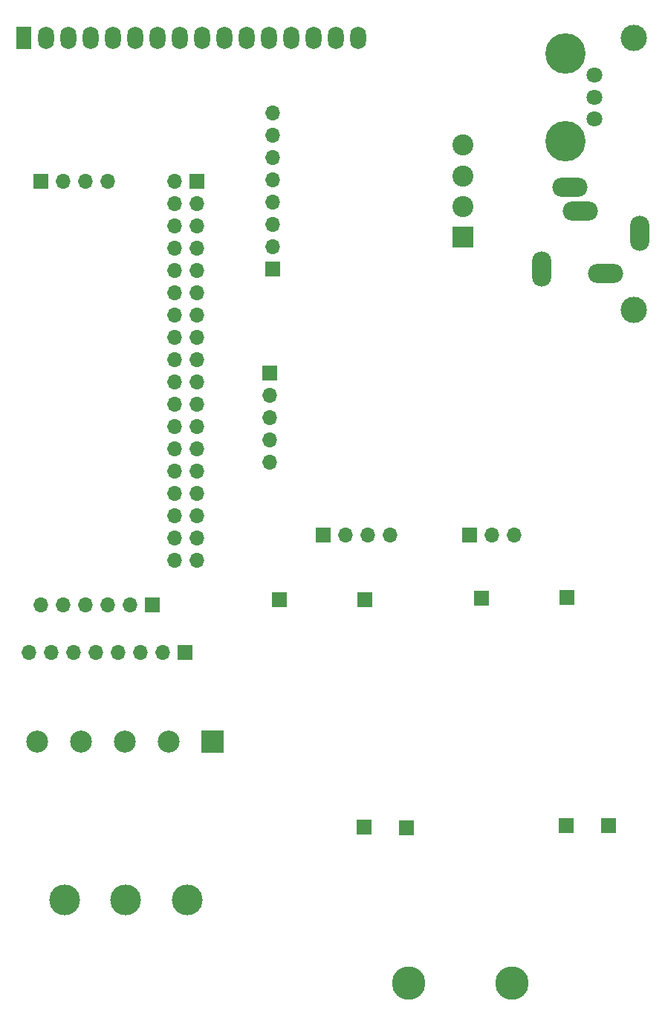
<source format=gbr>
G04 #@! TF.GenerationSoftware,KiCad,Pcbnew,5.0.0-rc2-dev-unknown-0ded476~63~ubuntu17.10.1*
G04 #@! TF.CreationDate,2018-04-08T11:22:16-07:00*
G04 #@! TF.ProjectId,Half_Shield,48616C665F536869656C642E6B696361,rev?*
G04 #@! TF.SameCoordinates,Original*
G04 #@! TF.FileFunction,Soldermask,Bot*
G04 #@! TF.FilePolarity,Negative*
%FSLAX46Y46*%
G04 Gerber Fmt 4.6, Leading zero omitted, Abs format (unit mm)*
G04 Created by KiCad (PCBNEW 5.0.0-rc2-dev-unknown-0ded476~63~ubuntu17.10.1) date Sun Apr  8 11:22:16 2018*
%MOMM*%
%LPD*%
G01*
G04 APERTURE LIST*
%ADD10R,1.800000X2.600000*%
%ADD11O,1.800000X2.600000*%
%ADD12C,3.000000*%
%ADD13O,1.700000X1.700000*%
%ADD14R,1.700000X1.700000*%
%ADD15C,2.400000*%
%ADD16R,2.400000X2.400000*%
%ADD17O,2.200000X4.000000*%
%ADD18O,4.000000X2.200000*%
%ADD19C,3.500000*%
%ADD20C,3.800000*%
%ADD21C,4.600000*%
%ADD22C,1.800000*%
%ADD23C,2.500000*%
%ADD24R,2.500000X2.500000*%
G04 APERTURE END LIST*
D10*
X109474000Y-35598100D03*
D11*
X112014000Y-35598100D03*
X114554000Y-35598100D03*
X117094000Y-35598100D03*
X119634000Y-35598100D03*
X122174000Y-35598100D03*
X124714000Y-35598100D03*
X127254000Y-35598100D03*
X129794000Y-35598100D03*
X132334000Y-35598100D03*
X134874000Y-35598100D03*
X137414000Y-35598100D03*
X139954000Y-35598100D03*
X142494000Y-35598100D03*
X145034000Y-35598100D03*
X147574000Y-35598100D03*
D12*
X178973480Y-66598800D03*
X178974000Y-35598100D03*
D13*
X126695200Y-95135700D03*
X129235200Y-95135700D03*
X126695200Y-92595700D03*
X129235200Y-92595700D03*
X126695200Y-90055700D03*
X129235200Y-90055700D03*
X126695200Y-87515700D03*
X129235200Y-87515700D03*
X126695200Y-84975700D03*
X129235200Y-84975700D03*
X126695200Y-82435700D03*
X129235200Y-82435700D03*
X126695200Y-79895700D03*
X129235200Y-79895700D03*
X126695200Y-77355700D03*
X129235200Y-77355700D03*
X126695200Y-74815700D03*
X129235200Y-74815700D03*
X126695200Y-72275700D03*
X129235200Y-72275700D03*
X126695200Y-69735700D03*
X129235200Y-69735700D03*
X126695200Y-67195700D03*
X129235200Y-67195700D03*
X126695200Y-64655700D03*
X129235200Y-64655700D03*
X126695200Y-62115700D03*
X129235200Y-62115700D03*
X126695200Y-59575700D03*
X129235200Y-59575700D03*
X126695200Y-57035700D03*
X129235200Y-57035700D03*
X126695200Y-54495700D03*
X129235200Y-54495700D03*
X126695200Y-51955700D03*
D14*
X129235200Y-51955700D03*
D13*
X119024400Y-51955700D03*
X116484400Y-51955700D03*
X113944400Y-51955700D03*
D14*
X111404400Y-51955700D03*
D13*
X111455200Y-100266500D03*
X113995200Y-100266500D03*
X116535200Y-100266500D03*
X119075200Y-100266500D03*
X121615200Y-100266500D03*
D14*
X124155200Y-100266500D03*
D13*
X110083600Y-105613200D03*
X112623600Y-105613200D03*
X115163600Y-105613200D03*
X117703600Y-105613200D03*
X120243600Y-105613200D03*
X122783600Y-105613200D03*
X125323600Y-105613200D03*
D14*
X127863600Y-105613200D03*
D13*
X137515600Y-84010500D03*
X137515600Y-81470500D03*
X137515600Y-78930500D03*
X137515600Y-76390500D03*
D14*
X137515600Y-73850500D03*
D15*
X159509426Y-51350304D03*
X159509426Y-47850304D03*
X159509426Y-54850304D03*
D16*
X159509426Y-58350304D03*
D17*
X179668000Y-57884000D03*
D18*
X171668000Y-52684000D03*
X172868000Y-55384000D03*
D17*
X168468000Y-61984000D03*
D18*
X175768000Y-62484000D03*
D13*
X151231600Y-92252800D03*
X148691600Y-92252800D03*
X146151600Y-92252800D03*
D14*
X143611600Y-92252800D03*
X160274000Y-92252800D03*
D13*
X162814000Y-92252800D03*
X165354000Y-92252800D03*
D14*
X153110949Y-125618646D03*
X148259549Y-125580546D03*
X148323049Y-99659846D03*
X176137176Y-125383292D03*
X171311176Y-125395992D03*
X161621076Y-99449892D03*
X171400076Y-99399092D03*
D19*
X121056400Y-133858000D03*
X128066800Y-133858000D03*
X114096800Y-133858000D03*
D13*
X137871200Y-44196000D03*
X137871200Y-46736000D03*
X137871200Y-49276000D03*
X137871200Y-51816000D03*
X137871200Y-54356000D03*
X137871200Y-56896000D03*
X137871200Y-59436000D03*
D14*
X137871200Y-61976000D03*
D20*
X153314400Y-143306800D03*
X165100000Y-143306800D03*
D21*
X171198000Y-37378000D03*
X171198000Y-47378000D03*
D22*
X174498000Y-39878000D03*
X174498000Y-42378000D03*
X174498000Y-44878000D03*
D14*
X138582400Y-99618800D03*
D23*
X110962400Y-115824000D03*
X115962400Y-115824000D03*
X120962400Y-115824000D03*
X125962400Y-115824000D03*
D24*
X130962400Y-115824000D03*
M02*

</source>
